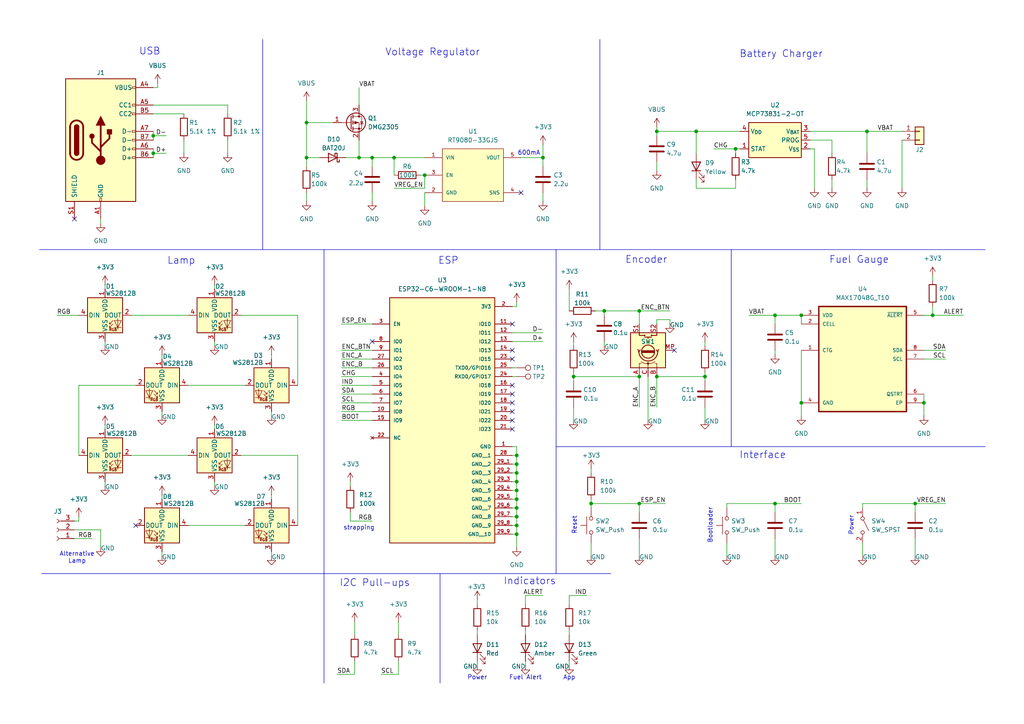
<source format=kicad_sch>
(kicad_sch (version 20231120) (generator "eeschema") (generator_version "8.0")
  (paper "A4")
  (junction (at 204.47 109.22))
  (junction (at 265.43 146.05))
  (junction (at 201.93 38.1))
  (junction (at 190.5 38.1))
  (junction (at 175.26 90.17))
  (junction (at 149.86 147.32))
  (junction (at 185.42 146.05))
  (junction (at 149.86 132.08))
  (junction (at 171.45 146.05))
  (junction (at 114.3 45.72))
  (junction (at 251.46 38.1))
  (junction (at 213.36 43.18))
  (junction (at 224.79 91.44))
  (junction (at 185.42 109.22))
  (junction (at 44.45 44.45))
  (junction (at 232.41 91.44))
  (junction (at 149.86 144.78))
  (junction (at 88.9 45.72))
  (junction (at 149.86 134.62))
  (junction (at 149.86 152.4))
  (junction (at 149.86 142.24))
  (junction (at 149.86 137.16))
  (junction (at 104.14 45.72))
  (junction (at 107.95 45.72))
  (junction (at 185.42 90.17))
  (junction (at 157.48 45.72))
  (junction (at 270.51 91.44))
  (junction (at 44.45 39.37))
  (junction (at 123.19 50.8))
  (junction (at 224.79 146.05))
  (junction (at 166.37 109.22))
  (junction (at 232.41 116.84))
  (junction (at 88.9 35.56))
  (junction (at 190.5 109.22))
  (junction (at 267.97 116.84))
  (junction (at 149.86 139.7))
  (junction (at 149.86 154.94))
  (junction (at 149.86 149.86))
  (no_connect (at 39.37 152.4))
  (no_connect (at 148.59 101.6))
  (no_connect (at 148.59 114.3))
  (no_connect (at 107.95 99.06))
  (no_connect (at 21.59 63.5))
  (no_connect (at 148.59 119.38))
  (no_connect (at 148.59 116.84))
  (no_connect (at 148.59 104.14))
  (no_connect (at 148.59 111.76))
  (no_connect (at 148.59 124.46))
  (no_connect (at 148.59 121.92))
  (no_connect (at 148.59 93.98))
  (no_connect (at 195.58 101.6))
  (no_connect (at 151.13 55.88))
  (wire (pts (xy 121.92 50.8) (xy 123.19 50.8)))
  (wire (pts (xy 38.1 132.08) (xy 54.61 132.08)))
  (wire (pts (xy 30.48 123.19) (xy 30.48 124.46)))
  (wire (pts (xy 46.99 102.87) (xy 46.99 104.14)))
  (wire (pts (xy 102.87 180.34) (xy 102.87 184.15)))
  (polyline (pts (xy 161.29 166.37) (xy 177.165 166.37)))
  (wire (pts (xy 46.99 143.51) (xy 46.99 144.78)))
  (wire (pts (xy 232.41 116.84) (xy 232.41 120.65)))
  (wire (pts (xy 148.59 139.7) (xy 149.86 139.7)))
  (wire (pts (xy 54.61 111.76) (xy 71.12 111.76)))
  (wire (pts (xy 224.79 101.6) (xy 224.79 102.87)))
  (wire (pts (xy 157.48 45.72) (xy 157.48 48.26)))
  (wire (pts (xy 78.74 102.87) (xy 78.74 104.14)))
  (wire (pts (xy 138.43 191.77) (xy 138.43 193.04)))
  (wire (pts (xy 157.48 41.91) (xy 157.48 45.72)))
  (wire (pts (xy 30.48 139.7) (xy 30.48 140.97)))
  (wire (pts (xy 22.86 149.86) (xy 22.86 151.13)))
  (wire (pts (xy 148.59 109.22) (xy 149.86 109.22)))
  (wire (pts (xy 148.59 96.52) (xy 157.48 96.52)))
  (wire (pts (xy 46.99 160.02) (xy 46.99 161.29)))
  (wire (pts (xy 185.42 146.05) (xy 193.04 146.05)))
  (wire (pts (xy 148.59 88.9) (xy 149.86 88.9)))
  (wire (pts (xy 149.86 87.63) (xy 149.86 88.9)))
  (wire (pts (xy 190.5 109.22) (xy 190.5 118.11)))
  (wire (pts (xy 114.3 45.72) (xy 123.19 45.72)))
  (wire (pts (xy 44.45 39.37) (xy 44.45 40.64)))
  (wire (pts (xy 62.23 123.19) (xy 62.23 124.46)))
  (wire (pts (xy 165.1 172.72) (xy 170.18 172.72)))
  (wire (pts (xy 148.59 99.06) (xy 157.48 99.06)))
  (wire (pts (xy 165.1 172.72) (xy 165.1 175.26)))
  (wire (pts (xy 102.87 191.77) (xy 102.87 195.58)))
  (wire (pts (xy 190.5 92.71) (xy 194.31 92.71)))
  (wire (pts (xy 69.85 132.08) (xy 86.36 132.08)))
  (wire (pts (xy 201.93 52.07) (xy 201.93 54.61)))
  (wire (pts (xy 30.48 99.06) (xy 30.48 100.33)))
  (wire (pts (xy 213.36 43.18) (xy 214.63 43.18)))
  (wire (pts (xy 138.43 173.99) (xy 138.43 175.26)))
  (wire (pts (xy 110.49 195.58) (xy 115.57 195.58)))
  (wire (pts (xy 148.59 134.62) (xy 149.86 134.62)))
  (wire (pts (xy 22.86 111.76) (xy 22.86 132.08)))
  (wire (pts (xy 148.59 137.16) (xy 149.86 137.16)))
  (wire (pts (xy 149.86 147.32) (xy 149.86 149.86)))
  (wire (pts (xy 99.06 109.22) (xy 107.95 109.22)))
  (wire (pts (xy 88.9 55.88) (xy 88.9 58.42)))
  (wire (pts (xy 152.4 191.77) (xy 152.4 193.04)))
  (wire (pts (xy 224.79 156.21) (xy 224.79 161.29)))
  (polyline (pts (xy 173.99 11.43) (xy 173.99 72.39)))
  (wire (pts (xy 69.85 91.44) (xy 86.36 91.44)))
  (wire (pts (xy 39.37 111.76) (xy 22.86 111.76)))
  (wire (pts (xy 78.74 160.02) (xy 78.74 161.29)))
  (polyline (pts (xy 11.43 72.39) (xy 285.75 72.39)))
  (wire (pts (xy 251.46 52.07) (xy 251.46 54.61)))
  (wire (pts (xy 38.1 91.44) (xy 54.61 91.44)))
  (wire (pts (xy 166.37 99.06) (xy 166.37 100.33)))
  (wire (pts (xy 152.4 172.72) (xy 152.4 175.26)))
  (wire (pts (xy 88.9 35.56) (xy 88.9 45.72)))
  (wire (pts (xy 101.6 148.59) (xy 101.6 151.13)))
  (wire (pts (xy 148.59 147.32) (xy 149.86 147.32)))
  (wire (pts (xy 152.4 172.72) (xy 157.48 172.72)))
  (wire (pts (xy 172.72 90.17) (xy 175.26 90.17)))
  (polyline (pts (xy 127.635 166.37) (xy 127.635 198.12)))
  (wire (pts (xy 190.5 109.22) (xy 204.47 109.22)))
  (wire (pts (xy 201.93 54.61) (xy 213.36 54.61)))
  (wire (pts (xy 210.82 146.05) (xy 210.82 147.32)))
  (wire (pts (xy 166.37 109.22) (xy 166.37 110.49)))
  (wire (pts (xy 62.23 99.06) (xy 62.23 100.33)))
  (wire (pts (xy 99.06 114.3) (xy 107.95 114.3)))
  (wire (pts (xy 148.59 149.86) (xy 149.86 149.86)))
  (wire (pts (xy 250.19 157.48) (xy 250.19 161.29)))
  (wire (pts (xy 166.37 109.22) (xy 185.42 109.22)))
  (wire (pts (xy 185.42 109.22) (xy 185.42 118.11)))
  (wire (pts (xy 44.45 38.1) (xy 44.45 39.37)))
  (wire (pts (xy 44.45 44.45) (xy 48.26 44.45)))
  (wire (pts (xy 101.6 139.7) (xy 101.6 140.97)))
  (wire (pts (xy 171.45 146.05) (xy 171.45 147.32)))
  (wire (pts (xy 148.59 129.54) (xy 149.86 129.54)))
  (polyline (pts (xy 212.09 123.19) (xy 212.09 129.54)))
  (wire (pts (xy 190.5 46.99) (xy 190.5 49.53)))
  (wire (pts (xy 149.86 139.7) (xy 149.86 142.24)))
  (wire (pts (xy 166.37 107.95) (xy 166.37 109.22)))
  (wire (pts (xy 224.79 91.44) (xy 232.41 91.44)))
  (wire (pts (xy 30.48 82.55) (xy 30.48 83.82)))
  (wire (pts (xy 100.33 45.72) (xy 104.14 45.72)))
  (wire (pts (xy 66.04 40.64) (xy 66.04 44.45)))
  (wire (pts (xy 44.45 44.45) (xy 44.45 45.72)))
  (wire (pts (xy 99.06 111.76) (xy 107.95 111.76)))
  (wire (pts (xy 175.26 90.17) (xy 185.42 90.17)))
  (wire (pts (xy 78.74 119.38) (xy 78.74 120.65)))
  (wire (pts (xy 115.57 180.34) (xy 115.57 184.15)))
  (wire (pts (xy 16.51 91.44) (xy 22.86 91.44)))
  (wire (pts (xy 224.79 146.05) (xy 232.41 146.05)))
  (wire (pts (xy 104.14 45.72) (xy 107.95 45.72)))
  (wire (pts (xy 149.86 149.86) (xy 149.86 152.4)))
  (wire (pts (xy 165.1 191.77) (xy 165.1 193.04)))
  (wire (pts (xy 99.06 101.6) (xy 107.95 101.6)))
  (wire (pts (xy 99.06 104.14) (xy 107.95 104.14)))
  (wire (pts (xy 267.97 116.84) (xy 267.97 120.65)))
  (polyline (pts (xy 12.065 166.37) (xy 93.98 166.37)))
  (wire (pts (xy 148.59 152.4) (xy 149.86 152.4)))
  (wire (pts (xy 236.22 43.18) (xy 236.22 54.61)))
  (wire (pts (xy 250.19 146.05) (xy 265.43 146.05)))
  (wire (pts (xy 236.22 43.18) (xy 234.95 43.18)))
  (wire (pts (xy 99.06 93.98) (xy 107.95 93.98)))
  (wire (pts (xy 88.9 48.26) (xy 88.9 45.72)))
  (wire (pts (xy 114.3 45.72) (xy 114.3 50.8)))
  (wire (pts (xy 204.47 109.22) (xy 204.47 110.49)))
  (wire (pts (xy 123.19 50.8) (xy 123.19 54.61)))
  (wire (pts (xy 265.43 146.05) (xy 265.43 148.59)))
  (wire (pts (xy 175.26 99.06) (xy 175.26 100.33)))
  (wire (pts (xy 104.14 25.4) (xy 104.14 30.48)))
  (wire (pts (xy 149.86 152.4) (xy 149.86 154.94)))
  (wire (pts (xy 149.86 137.16) (xy 149.86 139.7)))
  (wire (pts (xy 232.41 91.44) (xy 232.41 93.98)))
  (wire (pts (xy 171.45 146.05) (xy 185.42 146.05)))
  (wire (pts (xy 194.31 93.98) (xy 194.31 92.71)))
  (polyline (pts (xy 93.98 166.37) (xy 161.29 166.37)))
  (wire (pts (xy 207.01 43.18) (xy 213.36 43.18)))
  (wire (pts (xy 99.06 121.92) (xy 107.95 121.92)))
  (wire (pts (xy 66.04 30.48) (xy 66.04 33.02)))
  (wire (pts (xy 44.45 33.02) (xy 53.34 33.02)))
  (wire (pts (xy 204.47 99.06) (xy 204.47 100.33)))
  (wire (pts (xy 149.86 132.08) (xy 149.86 134.62)))
  (wire (pts (xy 185.42 93.98) (xy 185.42 90.17)))
  (wire (pts (xy 201.93 38.1) (xy 201.93 44.45)))
  (wire (pts (xy 251.46 38.1) (xy 261.62 38.1)))
  (wire (pts (xy 234.95 40.64) (xy 241.3 40.64)))
  (wire (pts (xy 44.45 43.18) (xy 44.45 44.45)))
  (wire (pts (xy 166.37 118.11) (xy 166.37 121.92)))
  (wire (pts (xy 88.9 29.21) (xy 88.9 35.56)))
  (wire (pts (xy 265.43 156.21) (xy 265.43 161.29)))
  (wire (pts (xy 53.34 40.64) (xy 53.34 44.45)))
  (polyline (pts (xy 93.98 72.39) (xy 93.98 198.12)))
  (wire (pts (xy 21.59 153.67) (xy 29.21 153.67)))
  (wire (pts (xy 99.06 116.84) (xy 107.95 116.84)))
  (wire (pts (xy 165.1 182.88) (xy 165.1 184.15)))
  (wire (pts (xy 148.59 144.78) (xy 149.86 144.78)))
  (wire (pts (xy 107.95 55.88) (xy 107.95 58.42)))
  (wire (pts (xy 210.82 157.48) (xy 210.82 161.29)))
  (wire (pts (xy 270.51 80.01) (xy 270.51 81.28)))
  (wire (pts (xy 270.51 91.44) (xy 279.4 91.44)))
  (wire (pts (xy 149.86 142.24) (xy 149.86 144.78)))
  (wire (pts (xy 151.13 45.72) (xy 157.48 45.72)))
  (wire (pts (xy 210.82 146.05) (xy 224.79 146.05)))
  (wire (pts (xy 171.45 135.89) (xy 171.45 137.16)))
  (wire (pts (xy 185.42 146.05) (xy 185.42 148.59)))
  (wire (pts (xy 148.59 154.94) (xy 149.86 154.94)))
  (polyline (pts (xy 212.09 72.39) (xy 212.09 123.19)))
  (polyline (pts (xy 209.55 129.54) (xy 285.75 129.54)))
  (wire (pts (xy 190.5 93.98) (xy 190.5 92.71)))
  (wire (pts (xy 99.06 106.68) (xy 107.95 106.68)))
  (wire (pts (xy 97.79 195.58) (xy 102.87 195.58)))
  (wire (pts (xy 29.21 63.5) (xy 29.21 64.77)))
  (wire (pts (xy 149.86 129.54) (xy 149.86 132.08)))
  (wire (pts (xy 149.86 144.78) (xy 149.86 147.32)))
  (wire (pts (xy 187.96 109.22) (xy 187.96 121.92)))
  (wire (pts (xy 149.86 134.62) (xy 149.86 137.16)))
  (wire (pts (xy 86.36 91.44) (xy 86.36 111.76)))
  (wire (pts (xy 270.51 88.9) (xy 270.51 91.44)))
  (wire (pts (xy 21.59 151.13) (xy 22.86 151.13)))
  (wire (pts (xy 224.79 146.05) (xy 224.79 148.59)))
  (wire (pts (xy 86.36 132.08) (xy 86.36 152.4)))
  (wire (pts (xy 99.06 119.38) (xy 107.95 119.38)))
  (wire (pts (xy 204.47 118.11) (xy 204.47 121.92)))
  (wire (pts (xy 213.36 44.45) (xy 213.36 43.18)))
  (wire (pts (xy 88.9 35.56) (xy 96.52 35.56)))
  (wire (pts (xy 234.95 38.1) (xy 251.46 38.1)))
  (wire (pts (xy 114.3 54.61) (xy 123.19 54.61)))
  (wire (pts (xy 267.97 114.3) (xy 267.97 116.84)))
  (wire (pts (xy 107.95 45.72) (xy 107.95 48.26)))
  (wire (pts (xy 46.99 119.38) (xy 46.99 120.65)))
  (wire (pts (xy 241.3 40.64) (xy 241.3 44.45)))
  (wire (pts (xy 21.59 156.21) (xy 26.67 156.21)))
  (wire (pts (xy 190.5 36.83) (xy 190.5 38.1)))
  (wire (pts (xy 104.14 40.64) (xy 104.14 45.72)))
  (wire (pts (xy 62.23 139.7) (xy 62.23 140.97)))
  (wire (pts (xy 148.59 106.68) (xy 149.86 106.68)))
  (wire (pts (xy 190.5 38.1) (xy 201.93 38.1)))
  (wire (pts (xy 250.19 147.32) (xy 250.19 146.05)))
  (wire (pts (xy 274.32 101.6) (xy 267.97 101.6)))
  (wire (pts (xy 175.26 90.17) (xy 175.26 91.44)))
  (wire (pts (xy 123.19 55.88) (xy 123.19 59.69)))
  (polyline (pts (xy 76.2 11.43) (xy 76.2 72.39)))
  (wire (pts (xy 45.72 25.4) (xy 45.72 24.13)))
  (wire (pts (xy 148.59 142.24) (xy 149.86 142.24)))
  (wire (pts (xy 62.23 82.55) (xy 62.23 83.82)))
  (wire (pts (xy 201.93 38.1) (xy 214.63 38.1)))
  (wire (pts (xy 171.45 144.78) (xy 171.45 146.05)))
  (wire (pts (xy 44.45 25.4) (xy 45.72 25.4)))
  (wire (pts (xy 204.47 107.95) (xy 204.47 109.22)))
  (wire (pts (xy 149.86 154.94) (xy 149.86 158.75)))
  (wire (pts (xy 274.32 104.14) (xy 267.97 104.14)))
  (wire (pts (xy 115.57 191.77) (xy 115.57 195.58)))
  (wire (pts (xy 217.17 91.44) (xy 224.79 91.44)))
  (wire (pts (xy 44.45 39.37) (xy 48.26 39.37)))
  (wire (pts (xy 107.95 45.72) (xy 114.3 45.72)))
  (wire (pts (xy 157.48 55.88) (xy 157.48 58.42)))
  (polyline (pts (xy 161.29 72.39) (xy 161.29 166.37)))
  (wire (pts (xy 232.41 101.6) (xy 232.41 116.84)))
  (wire (pts (xy 78.74 143.51) (xy 78.74 144.78)))
  (wire (pts (xy 185.42 90.17) (xy 194.31 90.17)))
  (wire (pts (xy 171.45 157.48) (xy 171.45 161.29)))
  (wire (pts (xy 29.21 153.67) (xy 29.21 158.75)))
  (wire (pts (xy 185.42 156.21) (xy 185.42 161.29)))
  (wire (pts (xy 44.45 30.48) (xy 66.04 30.48)))
  (wire (pts (xy 54.61 152.4) (xy 71.12 152.4)))
  (wire (pts (xy 148.59 132.08) (xy 149.86 132.08)))
  (polyline (pts (xy 161.29 129.54) (xy 209.55 129.54)))
  (wire (pts (xy 138.43 182.88) (xy 138.43 184.15)))
  (wire (pts (xy 224.79 91.44) (xy 224.79 93.98)))
  (wire (pts (xy 261.62 40.64) (xy 261.62 54.61)))
  (wire (pts (xy 267.97 91.44) (xy 270.51 91.44)))
  (wire (pts (xy 265.43 146.05) (xy 274.32 146.05)))
  (wire (pts (xy 165.1 83.82) (xy 165.1 90.17)))
  (wire (pts (xy 190.5 38.1) (xy 190.5 39.37)))
  (wire (pts (xy 152.4 182.88) (xy 152.4 184.15)))
  (wire (pts (xy 88.9 45.72) (xy 92.71 45.72)))
  (wire (pts (xy 251.46 38.1) (xy 251.46 44.45)))
  (wire (pts (xy 241.3 52.07) (xy 241.3 54.61)))
  (wire (pts (xy 101.6 151.13) (xy 107.95 151.13)))
  (wire (pts (xy 213.36 54.61) (xy 213.36 52.07)))
  (text "strapping" (at 104.14 153.162 0) (effects (font (size 1.27 1.27))))
  (text "Power" (at 246.888 152.4 90) (effects (font (size 1.27 1.27))))
  (text "Indicators" (at 153.67 168.656 0) (effects (font (size 2.032 2.032))))
  (text "Reset" (at 166.624 152.4 90) (effects (font (size 1.27 1.27))))
  (text "Bootloader" (at 205.994 152.4 90) (effects (font (size 1.27 1.27))))
  (text "600mA" (at 153.416 44.45 0) (effects (font (size 1.27 1.27))))
  (text "I2C Pull-ups" (at 108.712 169.164 0) (effects (font (size 2.032 2.032))))
  (text "Fuel Alert" (at 152.4 196.596 0) (effects (font (size 1.27 1.27))))
  (text "USB" (at 43.434 14.986 0) (effects (font (size 2.032 2.032))))
  (text "Interface" (at 221.234 132.08 0) (effects (font (size 2.032 2.032))))
  (text "Power" (at 138.43 196.596 0) (effects (font (size 1.27 1.27))))
  (text "ESP" (at 130.048 75.692 0) (effects (font (size 2.032 2.032))))
  (text "Voltage Regulator" (at 125.476 15.24 0) (effects (font (size 2.032 2.032))))
  (text "App" (at 165.1 196.596 0) (effects (font (size 1.27 1.27))))
  (text "Alternative\nLamp" (at 22.352 161.798 0) (effects (font (size 1.27 1.27))))
  (text "Battery Charger" (at 226.568 15.748 0) (effects (font (size 2.032 2.032))))
  (text "Encoder" (at 187.452 75.438 0) (effects (font (size 2.032 2.032))))
  (text "Lamp" (at 52.578 75.692 0) (effects (font (size 2.032 2.032))))
  (text "Fuel Gauge" (at 249.174 75.438 0) (effects (font (size 2.032 2.032))))
  (label "CHG" (at 99.06 109.22 0))
  (label "ENC_B" (at 190.5 118.11 90))
  (label "VREG_EN" (at 274.32 146.05 180))
  (label "BOOT" (at 232.41 146.05 180))
  (label "RGB" (at 107.95 151.13 180))
  (label "ENC_BTN" (at 99.06 101.6 0))
  (label "RGB" (at 99.06 119.38 0))
  (label "D+" (at 157.48 99.06 180))
  (label "ALERT" (at 157.48 172.72 180))
  (label "D-" (at 48.26 39.37 180))
  (label "ALERT" (at 279.4 91.44 180))
  (label "VREG_EN" (at 114.3 54.61 0))
  (label "SDA" (at 99.06 114.3 0))
  (label "VBAT" (at 217.17 91.44 0))
  (label "RGB" (at 26.67 156.21 180))
  (label "ESP_EN" (at 193.04 146.05 180))
  (label "SCL" (at 99.06 116.84 0))
  (label "SDA" (at 97.79 195.58 0))
  (label "ENC_B" (at 99.06 106.68 0))
  (label "ENC_A" (at 99.06 104.14 0))
  (label "VBAT" (at 104.14 25.4 0))
  (label "ENC_BTN" (at 194.31 90.17 180))
  (label "SCL" (at 274.32 104.14 180))
  (label "D+" (at 48.26 44.45 180))
  (label "IND" (at 170.18 172.72 180))
  (label "CHG" (at 207.01 43.18 0))
  (label "SCL" (at 110.49 195.58 0))
  (label "SDA" (at 274.32 101.6 180))
  (label "BOOT" (at 99.06 121.92 0))
  (label "ENC_A" (at 185.42 118.11 90))
  (label "D-" (at 157.48 96.52 180))
  (label "IND" (at 99.06 111.76 0))
  (label "ESP_EN" (at 99.06 93.98 0))
  (label "VBAT" (at 259.08 38.1 180))
  (label "RGB" (at 16.51 91.44 0))
  (symbol (lib_id "power:GND") (at 46.99 120.65 0) (unit 1)
    (property "Reference" "#PWR045" (effects (hide yes)))
    (property "Value" "GND" (at 49.022 120.904 0))
    (property "Description" "Power symbol creates a global label with name \"GND\" , ground" (effects (hide yes)))
  )
  (symbol (lib_id "power:GND") (at 62.23 100.33 0) (unit 1)
    (property "Reference" "#PWR047" (effects (hide yes)))
    (property "Value" "GND" (at 64.262 100.584 0))
    (property "Description" "Power symbol creates a global label with name \"GND\" , ground" (effects (hide yes)))
  )
  (symbol (lib_id "Device:R") (at 101.6 144.78 0) (unit 1)
    (property "Reference" "R12" (at 104.14 143.5099 0) (effects (justify left)))
    (property "Value" "100k" (at 104.14 146.0499 0) (effects (justify left)))
    (property "Description" "Resistor" (effects (hide yes)))
  )
  (symbol (lib_id "power:GND") (at 224.79 161.29 0) (unit 1)
    (property "Reference" "#PWR031" (effects (hide yes)))
    (property "Value" "GND" (at 226.822 161.544 0))
    (property "Description" "Power symbol creates a global label with name \"GND\" , ground" (effects (hide yes)))
  )
  (symbol (lib_id "power:+3V3") (at 30.48 82.55 0) (unit 1)
    (property "Reference" "#PWR032" (effects (hide yes)))
    (property "Value" "+3V3" (at 30.48 77.47 0))
    (property "Description" "Power symbol creates a global label with name \"+3V3\"" (effects (hide yes)))
  )
  (symbol (lib_id "power:GND") (at 62.23 140.97 0) (unit 1)
    (property "Reference" "#PWR043" (effects (hide yes)))
    (property "Value" "GND" (at 64.262 141.224 0))
    (property "Description" "Power symbol creates a global label with name \"GND\" , ground" (effects (hide yes)))
  )
  (symbol (lib_id "power:GND") (at 30.48 140.97 0) (unit 1)
    (property "Reference" "#PWR042" (effects (hide yes)))
    (property "Value" "GND" (at 32.512 141.224 0))
    (property "Description" "Power symbol creates a global label with name \"GND\" , ground" (effects (hide yes)))
  )
  (symbol (lib_id "power:+3V3") (at 78.74 102.87 0) (unit 1)
    (property "Reference" "#PWR035" (effects (hide yes)))
    (property "Value" "+3V3" (at 78.74 97.79 0))
    (property "Description" "Power symbol creates a global label with name \"+3V3\"" (effects (hide yes)))
  )
  (symbol (lib_id "Device:R") (at 138.43 179.07 180) (unit 1)
    (property "Reference" "R15" (at 140.97 177.7999 0) (effects (justify right)))
    (property "Value" "10k" (at 140.97 180.3399 0) (effects (justify right)))
    (property "Description" "Resistor" (effects (hide yes)))
  )
  (symbol (lib_id "Device:R") (at 213.36 48.26 180) (unit 1)
    (property "Reference" "R3" (at 214.884 46.99 0) (effects (justify right)))
    (property "Value" "4.7k" (at 214.884 49.53 0) (effects (justify right)))
    (property "Description" "Resistor" (effects (hide yes)))
  )
  (symbol (lib_id "Device:LED") (at 138.43 187.96 90) (unit 1)
    (property "Reference" "D11" (at 140.97 186.944 90) (effects (justify right)))
    (property "Value" "Red" (at 140.97 189.484 90) (effects (justify right)))
    (property "Description" "Light emitting diode" (effects (hide yes)))
  )
  (symbol (lib_id "LED:WS2812B") (at 62.23 132.08 0) (unit 1)
    (property "Reference" "D6" (at 63.754 123.698 0))
    (property "Value" "WS2812B" (at 67.056 125.73 0))
    (property "Footprint" "LED_SMD:LED_WS2812B_PLCC4_5.0x5.0mm_P3.2mm" (effects (hide yes)))
    (property "Datasheet" "https://cdn-shop.adafruit.com/datasheets/WS2812B.pdf" (effects (hide yes)))
    (property "Description" "RGB LED with integrated controller" (effects (hide yes)))
  )
  (symbol (lib_id "Device:R") (at 53.34 36.83 0) (unit 1)
    (property "Reference" "R1" (at 54.864 35.56 0) (effects (justify left)))
    (property "Value" "5.1k 1%" (at 54.864 38.1 0) (effects (justify left)))
    (property "Description" "Resistor" (effects (hide yes)))
  )
  (symbol (lib_id "power:+3V3") (at 171.45 135.89 0) (unit 1)
    (property "Reference" "#PWR027" (effects (hide yes)))
    (property "Value" "+3V3" (at 171.45 132.08 0))
    (property "Description" "Power symbol creates a global label with name \"+3V3\"" (effects (hide yes)))
  )
  (symbol (lib_id "LED:WS2812B") (at 46.99 152.4 0) (mirror y) (unit 1)
    (property "Reference" "D8" (at 48.514 144.018 0))
    (property "Value" "WS2812B" (at 51.816 146.05 0))
    (property "Footprint" "LED_SMD:LED_WS2812B_PLCC4_5.0x5.0mm_P3.2mm" (effects (hide yes)))
    (property "Datasheet" "https://cdn-shop.adafruit.com/datasheets/WS2812B.pdf" (effects (hide yes)))
    (property "Description" "RGB LED with integrated controller" (effects (hide yes)))
  )
  (symbol (lib_id "Device:R") (at 171.45 140.97 180) (unit 1)
    (property "Reference" "R10" (at 173.99 139.6999 0) (effects (justify right)))
    (property "Value" "100k" (at 173.99 142.2399 0) (effects (justify right)))
    (property "Description" "Resistor" (effects (hide yes)))
  )
  (symbol (lib_id "power:+3V3") (at 270.51 80.01 0) (unit 1)
    (property "Reference" "#PWR020" (effects (hide yes)))
    (property "Value" "+3V3" (at 270.51 74.93 0))
    (property "Description" "Power symbol creates a global label with name \"+3V3\"" (effects (hide yes)))
  )
  (symbol (lib_id "power:+3V3") (at 149.86 87.63 0) (unit 1)
    (property "Reference" "#PWR053" (effects (hide yes)))
    (property "Value" "+3V3" (at 149.86 82.55 0))
    (property "Description" "Power symbol creates a global label with name \"+3V3\"" (effects (hide yes)))
  )
  (symbol (lib_id "power:GND") (at 78.74 120.65 0) (unit 1)
    (property "Reference" "#PWR044" (effects (hide yes)))
    (property "Value" "GND" (at 80.772 120.904 0))
    (property "Description" "Power symbol creates a global label with name \"GND\" , ground" (effects (hide yes)))
  )
  (symbol (lib_id "Device:R") (at 165.1 179.07 180) (unit 1)
    (property "Reference" "R17" (at 167.64 177.7999 0) (effects (justify right)))
    (property "Value" "10k" (at 167.64 180.3399 0) (effects (justify right)))
    (property "Description" "Resistor" (effects (hide yes)))
  )
  (symbol (lib_id "power:GND") (at 261.62 54.61 0) (unit 1)
    (property "Reference" "#PWR08" (effects (hide yes)))
    (property "Value" "GND" (at 261.62 59.69 0))
    (property "Description" "Power symbol creates a global label with name \"GND\" , ground" (effects (hide yes)))
  )
  (symbol (lib_id "SnapEDA-Library:MCP73831-2-OT") (at 224.79 40.64 0) (unit 1)
    (property "Reference" "U2" (at 224.79 30.48 0))
    (property "Value" "MCP73831-2-OT" (at 224.79 33.02 0))
    (property "Footprint" "Package_TO_SOT_SMD:SOT-23-5" (effects (hide yes)))
    (property "Datasheet" "http://ww1.microchip.com/downloads/en/DeviceDoc/20001984g.pdf" (effects (hide yes)))
    (property "Description" "Single cell, Li-Ion/Li-Po charge management controller, 4.20V, Tri-State Status Output, in SOT23-5 package" (effects (hide yes)))
  )
  (symbol (lib_id "Device:R") (at 102.87 187.96 180) (unit 1)
    (property "Reference" "R8" (at 105.41 186.6899 0) (effects (justify right)))
    (property "Value" "4.7k" (at 105.41 189.2299 0) (effects (justify right)))
    (property "Description" "Resistor" (effects (hide yes)))
  )
  (symbol (lib_id "power:+3V3") (at 166.37 99.06 0) (unit 1)
    (property "Reference" "#PWR055" (effects (hide yes)))
    (property "Value" "+3V3" (at 166.37 93.98 0))
    (property "Description" "Power symbol creates a global label with name \"+3V3\"" (effects (hide yes)))
  )
  (symbol (lib_id "LED:WS2812B") (at 62.23 91.44 0) (unit 1)
    (property "Reference" "D2" (at 63.754 83.058 0))
    (property "Value" "WS2812B" (at 66.802 85.09 0))
    (property "Footprint" "LED_SMD:LED_WS2812B_PLCC4_5.0x5.0mm_P3.2mm" (effects (hide yes)))
    (property "Datasheet" "https://cdn-shop.adafruit.com/datasheets/WS2812B.pdf" (effects (hide yes)))
    (property "Description" "RGB LED with integrated controller" (effects (hide yes)))
  )
  (symbol (lib_id "Device:R") (at 118.11 50.8 90) (unit 1)
    (property "Reference" "R6" (at 118.11 48.26 90))
    (property "Value" "100k" (at 118.11 50.8 90))
    (property "Description" "Resistor" (effects (hide yes)))
  )
  (symbol (lib_id "power:GND") (at 190.5 49.53 0) (unit 1)
    (property "Reference" "#PWR018" (effects (hide yes)))
    (property "Value" "GND" (at 190.5 54.61 0))
    (property "Description" "Power symbol creates a global label with name \"GND\" , ground" (effects (hide yes)))
  )
  (symbol (lib_id "power:GND") (at 241.3 54.61 0) (unit 1)
    (property "Reference" "#PWR023" (effects (hide yes)))
    (property "Value" "GND" (at 241.3 59.69 0))
    (property "Description" "Power symbol creates a global label with name \"GND\" , ground" (effects (hide yes)))
  )
  (symbol (lib_id "Device:LED") (at 165.1 187.96 90) (unit 1)
    (property "Reference" "D13" (at 167.64 186.944 90) (effects (justify right)))
    (property "Value" "Green" (at 167.64 189.484 90) (effects (justify right)))
    (property "Description" "Light emitting diode" (effects (hide yes)))
  )
  (symbol (lib_id "Transistor_FET:IRLML6401") (at 101.6 35.56 0) (unit 1)
    (property "Reference" "Q1" (at 106.68 34.29 0) (effects (justify left)))
    (property "Value" "DMG2305" (at 106.68 36.83 0) (effects (justify left)))
    (property "Footprint" "Package_TO_SOT_SMD:SOT-23" (effects (hide yes)))
    (property "Datasheet" "https://www.infineon.com/dgdl/irlml6401pbf.pdf?fileId=5546d462533600a401535668b96d2634" (effects (hide yes)))
    (property "Description" "-4.3A Id, -12V Vds, 50mOhm Rds, P-Channel HEXFET Power MOSFET, SOT-23" (effects (hide yes)))
  )
  (symbol (lib_id "power:VBUS") (at 190.5 36.83 0) (unit 1)
    (property "Reference" "#PWR021" (effects (hide yes)))
    (property "Value" "VBUS" (at 190.5 31.75 0))
    (property "Description" "Power symbol creates a global label with name \"VBUS\"" (effects (hide yes)))
  )
  (symbol (lib_id "LED:WS2812B") (at 30.48 132.08 0) (unit 1)
    (property "Reference" "D5" (at 32.004 123.698 0))
    (property "Value" "WS2812B" (at 35.306 125.73 0))
    (property "Footprint" "LED_SMD:LED_WS2812B_PLCC4_5.0x5.0mm_P3.2mm" (effects (hide yes)))
    (property "Datasheet" "https://cdn-shop.adafruit.com/datasheets/WS2812B.pdf" (effects (hide yes)))
    (property "Description" "RGB LED with integrated controller" (effects (hide yes)))
  )
  (symbol (lib_id "Device:R") (at 115.57 187.96 180) (unit 1)
    (property "Reference" "R9" (at 118.11 186.6899 0) (effects (justify right)))
    (property "Value" "4.7k" (at 118.11 189.2299 0) (effects (justify right)))
    (property "Description" "Resistor" (effects (hide yes)))
  )
  (symbol (lib_id "Device:R") (at 168.91 90.17 270) (unit 1)
    (property "Reference" "R11" (at 168.91 85.344 90))
    (property "Value" "100k" (at 168.91 87.884 90))
    (property "Description" "Resistor" (effects (hide yes)))
  )
  (symbol (lib_id "Device:LED") (at 201.93 48.26 90) (unit 1)
    (property "Reference" "D9" (at 204.47 47.244 90) (effects (justify right)))
    (property "Value" "Yellow" (at 204.47 49.784 90) (effects (justify right)))
    (property "Description" "Light emitting diode" (effects (hide yes)))
  )
  (symbol (lib_id "Device:C") (at 224.79 97.79 0) (unit 1)
    (property "Reference" "C5" (at 227.584 96.52 0) (effects (justify left)))
    (property "Value" "0.1u" (at 227.584 99.06 0) (effects (justify left)))
    (property "Description" "Unpolarized capacitor" (effects (hide yes)))
  )
  (symbol (lib_id "Device:R") (at 241.3 48.26 180) (unit 1)
    (property "Reference" "R4" (at 242.57 46.99 0) (effects (justify right)))
    (property "Value" "4.7k" (at 242.57 49.53 0) (effects (justify right)))
    (property "Description" "Resistor" (effects (hide yes)))
  )
  (symbol (lib_id "power:+3V3") (at 138.43 173.99 0) (unit 1)
    (property "Reference" "#PWR05" (effects (hide yes)))
    (property "Value" "+3V3" (at 138.176 170.18 0))
    (property "Description" "Power symbol creates a global label with name \"+3V3\"" (effects (hide yes)))
  )
  (symbol (lib_id "Device:D_Schottky") (at 96.52 45.72 180) (unit 1)
    (property "Reference" "D10" (at 96.774 40.386 0))
    (property "Value" "BAT20J" (at 96.774 42.926 0))
    (property "Description" "Schottky diode" (effects (hide yes)))
  )
  (symbol (lib_id "Switch:SW_SPST") (at 250.19 152.4 270) (unit 1)
    (property "Reference" "SW4" (at 252.73 151.1299 90) (effects (justify left)))
    (property "Value" "SW_SPST" (at 252.73 153.6699 90) (effects (justify left)))
    (property "Description" "Single Pole Single Throw (SPST) switch" (effects (hide yes)))
  )
  (symbol (lib_id "power:+3V3") (at 62.23 123.19 0) (unit 1)
    (property "Reference" "#PWR037" (effects (hide yes)))
    (property "Value" "+3V3" (at 62.23 118.11 0))
    (property "Description" "Power symbol creates a global label with name \"+3V3\"" (effects (hide yes)))
  )
  (symbol (lib_id "Switch:SW_Push") (at 171.45 152.4 90) (unit 1)
    (property "Reference" "SW2" (at 172.72 151.1299 90) (effects (justify right)))
    (property "Value" "SW_Push" (at 172.72 153.6699 90) (effects (justify right)))
    (property "Description" "Push button switch, generic, two pins" (effects (hide yes)))
  )
  (symbol (lib_id "SnapEDA-Library:ESP32-C6-WROOM-1-N8") (at 128.27 109.22 0) (unit 1)
    (property "Reference" "U3" (at 128.27 81.28 0))
    (property "Value" "ESP32-C6-WROOM-1-N8" (at 128.27 83.82 0))
    (property "Footprint" "ESP32-C6-WROOM-1-N8:XCVR_ESP32-C6-WROOM-1-N8" (effects (hide yes)))
    (property "PARTREV" "1.0" (effects (hide yes)))
    (property "STANDARD" "Manufacturer Recommendations" (effects (hide yes)))
    (property "MAXIMUM_PACKAGE_HEIGHT" "3.25mm" (effects (hide yes)))
    (property "MANUFACTURER" "Espressif Systems" (effects (hide yes)))
  )
  (symbol (lib_id "Device:C") (at 185.42 152.4 0) (unit 1)
    (property "Reference" "C6" (at 189.23 151.1299 0) (effects (justify left)))
    (property "Value" "0.1u" (at 189.23 153.6699 0) (effects (justify left)))
    (property "Description" "Unpolarized capacitor" (effects (hide yes)))
  )
  (symbol (lib_id "power:GND") (at 46.99 161.29 0) (unit 1)
    (property "Reference" "#PWR041" (effects (hide yes)))
    (property "Value" "GND" (at 49.022 161.544 0))
    (property "Description" "Power symbol creates a global label with name \"GND\" , ground" (effects (hide yes)))
  )
  (symbol (lib_id "power:GND") (at 138.43 193.04 0) (unit 1)
    (property "Reference" "#PWR060" (effects (hide yes)))
    (property "Value" "GND" (at 136.398 193.294 0))
    (property "Description" "Power symbol creates a global label with name \"GND\" , ground" (effects (hide yes)))
  )
  (symbol (lib_id "power:GND") (at 152.4 193.04 0) (unit 1)
    (property "Reference" "#PWR062" (effects (hide yes)))
    (property "Value" "GND" (at 150.368 193.294 0))
    (property "Description" "Power symbol creates a global label with name \"GND\" , ground" (effects (hide yes)))
  )
  (symbol (lib_id "power:+3V3") (at 165.1 83.82 0) (unit 1)
    (property "Reference" "#PWR049" (effects (hide yes)))
    (property "Value" "+3V3" (at 165.1 78.74 0))
    (property "Description" "Power symbol creates a global label with name \"+3V3\"" (effects (hide yes)))
  )
  (symbol (lib_id "power:GND") (at 30.48 100.33 0) (unit 1)
    (property "Reference" "#PWR046" (effects (hide yes)))
    (property "Value" "GND" (at 32.512 100.584 0))
    (property "Description" "Power symbol creates a global label with name \"GND\" , ground" (effects (hide yes)))
  )
  (symbol (lib_id "power:+3V3") (at 78.74 143.51 0) (unit 1)
    (property "Reference" "#PWR039" (effects (hide yes)))
    (property "Value" "+3V3" (at 78.74 138.43 0))
    (property "Description" "Power symbol creates a global label with name \"+3V3\"" (effects (hide yes)))
  )
  (symbol (lib_id "power:GND") (at 250.19 161.29 0) (unit 1)
    (property "Reference" "#PWR06" (effects (hide yes)))
    (property "Value" "GND" (at 252.222 161.544 0))
    (property "Description" "Power symbol creates a global label with name \"GND\" , ground" (effects (hide yes)))
  )
  (symbol (lib_id "LED:WS2812B") (at 78.74 152.4 0) (mirror y) (unit 1)
    (property "Reference" "D7" (at 75.692 144.018 0))
    (property "Value" "WS2812B" (at 72.39 146.05 0))
    (property "Footprint" "LED_SMD:LED_WS2812B_PLCC4_5.0x5.0mm_P3.2mm" (effects (hide yes)))
    (property "Datasheet" "https://cdn-shop.adafruit.com/datasheets/WS2812B.pdf" (effects (hide yes)))
    (property "Description" "RGB LED with integrated controller" (effects (hide yes)))
  )
  (symbol (lib_id "Connector:USB_C_Receptacle_USB2.0_14P") (at 29.21 40.64 0) (unit 1)
    (property "Reference" "J1" (at 29.21 21.082 0))
    (property "Value" "USB_C_Receptacle_USB2.0_14P" (effects (hide yes)))
    (property "Datasheet" "https://www.usb.org/sites/default/files/documents/usb_type-c.zip" (effects (hide yes)))
    (property "Description" "USB 2.0-only 14P Type-C Receptacle connector" (effects (hide yes)))
  )
  (symbol (lib_id "Connector_Generic:Conn_01x02") (at 266.7 38.1 0) (unit 1)
    (property "Reference" "J2" (at 266.7 43.434 0))
    (property "Value" "Conn_01x02" (effects (hide yes)))
    (property "Description" "Generic connector, single row, 01x02, script generated (kicad-library-utils/schlib/autogen/connector/)" (effects (hide yes)))
  )
  (symbol (lib_id "Connector:TestPoint") (at 149.86 106.68 270) (unit 1)
    (property "Reference" "TP1" (at 154.432 106.68 90) (effects (justify left)))
    (property "Value" "TestPoint" (effects (hide yes)))
    (property "Description" "test point" (effects (hide yes)))
  )
  (symbol (lib_id "power:VBUS") (at 88.9 29.21 0) (unit 1)
    (property "Reference" "#PWR017" (effects (hide yes)))
    (property "Value" "VBUS" (at 88.9 24.13 0))
    (property "Description" "Power symbol creates a global label with name \"VBUS\"" (effects (hide yes)))
  )
  (symbol (lib_id "power:GND") (at 251.46 54.61 0) (unit 1)
    (property "Reference" "#PWR07" (effects (hide yes)))
    (property "Value" "GND" (at 251.46 59.69 0))
    (property "Description" "Power symbol creates a global label with name \"GND\" , ground" (effects (hide yes)))
  )
  (symbol (lib_id "Device:R") (at 204.47 104.14 0) (unit 1)
    (property "Reference" "R14" (at 205.994 102.87 0) (effects (justify left)))
    (property "Value" "100k" (at 205.994 105.41 0) (effects (justify left)))
    (property "Description" "Resistor" (effects (hide yes)))
  )
  (symbol (lib_id "Device:R") (at 88.9 52.07 0) (unit 1)
    (property "Reference" "R5" (at 90.17 50.8 0) (effects (justify left)))
    (property "Value" "100k" (at 90.17 53.34 0) (effects (justify left)))
    (property "Description" "Resistor" (effects (hide yes)))
  )
  (symbol (lib_id "power:+3V3") (at 204.47 99.06 0) (unit 1)
    (property "Reference" "#PWR058" (effects (hide yes)))
    (property "Value" "+3V3" (at 204.47 93.98 0))
    (property "Description" "Power symbol creates a global label with name \"+3V3\"" (effects (hide yes)))
  )
  (symbol (lib_id "power:GND") (at 107.95 58.42 0) (unit 1)
    (property "Reference" "#PWR015" (effects (hide yes)))
    (property "Value" "GND" (at 107.95 63.5 0))
    (property "Description" "Power symbol creates a global label with name \"GND\" , ground" (effects (hide yes)))
  )
  (symbol (lib_id "SnapEDA-Library:RT9080-33GJ5") (at 123.19 45.72 0) (unit 1)
    (property "Reference" "U1" (at 137.16 38.1 0))
    (property "Value" "RT9080-33GJ5" (at 137.16 40.64 0))
    (property "Footprint" "RT9080-33GJ5:SOT94P280X100-5N" (effects (hide yes)))
    (property "Manufacturer_Name" "RICHTEK" (effects (hide yes)))
    (property "Mouser_Price-Stock" "https://www.mouser.co.uk/ProductDetail/Richtek/RT9080-33GJ5?qs=amGC7iS6iy9hJG6yuLjyPQ%3D%3D" (effects (hide yes)))
    (property "Description_1" "IC REG LIN 3.3V 600MA TSOT23-5" (effects (hide yes)))
    (property "Mouser_Part_Number" "835-RT9080-33GJ5" (effects (hide yes)))
    (property "Height" "1mm" (effects (hide yes)))
    (property "Manufacturer_Part_Number" "RT9080-33GJ5" (effects (hide yes)))
  )
  (symbol (lib_id "Device:C") (at 107.95 52.07 0) (unit 1)
    (property "Reference" "C4" (at 102.616 50.292 0) (effects (justify left)))
    (property "Value" "2.2u" (at 101.092 53.086 0) (effects (justify left)))
    (property "Description" "Unpolarized capacitor" (effects (hide yes)))
  )
  (symbol (lib_id "power:+3V3") (at 46.99 143.51 0) (unit 1)
    (property "Reference" "#PWR038" (effects (hide yes)))
    (property "Value" "+3V3" (at 46.99 138.43 0))
    (property "Description" "Power symbol creates a global label with name \"+3V3\"" (effects (hide yes)))
  )
  (symbol (lib_id "power:GND") (at 29.21 64.77 0) (unit 1)
    (property "Reference" "#PWR02" (effects (hide yes)))
    (property "Value" "GND" (at 29.21 69.85 0))
    (property "Description" "Power symbol creates a global label with name \"GND\" , ground" (effects (hide yes)))
  )
  (symbol (lib_id "Switch:SW_Push") (at 210.82 152.4 90) (unit 1)
    (property "Reference" "SW3" (at 212.09 151.1299 90) (effects (justify right)))
    (property "Value" "SW_Push" (at 212.09 153.6699 90) (effects (justify right)))
    (property "Description" "Push button switch, generic, two pins" (effects (hide yes)))
  )
  (symbol (lib_id "Device:R") (at 152.4 179.07 180) (unit 1)
    (property "Reference" "R16" (at 154.94 177.7999 0) (effects (justify right)))
    (property "Value" "10k" (at 154.94 180.3399 0) (effects (justify right)))
    (property "Description" "Resistor" (effects (hide yes)))
  )
  (symbol (lib_id "Connector:Conn_01x03_Socket") (at 16.51 153.67 180) (unit 1)
    (property "Reference" "J3" (at 16.764 148.336 0))
    (property "Value" "DNP" (effects (hide yes)))
    (property "Description" "Generic connector, single row, 01x03, script generated" (effects (hide yes)))
  )
  (symbol (lib_id "Device:R") (at 270.51 85.09 0) (unit 1)
    (property "Reference" "R7" (at 272.288 83.82 0) (effects (justify left)))
    (property "Value" "100k" (at 272.288 86.36 0) (effects (justify left)))
    (property "Description" "Resistor" (effects (hide yes)))
  )
  (symbol (lib_id "power:GND") (at 157.48 58.42 0) (unit 1)
    (property "Reference" "#PWR013" (effects (hide yes)))
    (property "Value" "GND" (at 157.48 63.5 0))
    (property "Description" "Power symbol creates a global label with name \"GND\" , ground" (effects (hide yes)))
  )
  (symbol (lib_id "power:+3V3") (at 101.6 139.7 0) (unit 1)
    (property "Reference" "#PWR011" (effects (hide yes)))
    (property "Value" "+3V3" (at 101.6 134.62 0))
    (property "Description" "Power symbol creates a global label with name \"+3V3\"" (effects (hide yes)))
  )
  (symbol (lib_id "Device:LED") (at 152.4 187.96 90) (unit 1)
    (property "Reference" "D12" (at 154.94 186.944 90) (effects (justify right)))
    (property "Value" "Amber" (at 154.94 189.484 90) (effects (justify right)))
    (property "Description" "Light emitting diode" (effects (hide yes)))
  )
  (symbol (lib_id "power:GND") (at 149.86 158.75 0) (unit 1)
    (property "Reference" "#PWR054" (effects (hide yes)))
    (property "Value" "GND" (at 149.86 163.83 0))
    (property "Description" "Power symbol creates a global label with name \"GND\" , ground" (effects (hide yes)))
  )
  (symbol (lib_id "Device:C") (at 190.5 43.18 0) (unit 1)
    (property "Reference" "C9" (at 193.294 41.91 0) (effects (justify left)))
    (property "Value" "4.7u" (at 193.294 44.45 0) (effects (justify left)))
    (property "Description" "Unpolarized capacitor" (effects (hide yes)))
  )
  (symbol (lib_id "power:GND") (at 265.43 161.29 0) (unit 1)
    (property "Reference" "#PWR010" (effects (hide yes)))
    (property "Value" "GND" (at 267.462 161.544 0))
    (property "Description" "Power symbol creates a global label with name \"GND\" , ground" (effects (hide yes)))
  )
  (symbol (lib_id "Device:R") (at 66.04 36.83 0) (unit 1)
    (property "Reference" "R2" (at 67.564 35.56 0) (effects (justify left)))
    (property "Value" "5.1k 1%" (at 67.564 38.1 0) (effects (justify left)))
    (property "Description" "Resistor" (effects (hide yes)))
  )
  (symbol (lib_id "power:+3V3") (at 115.57 180.34 0) (unit 1)
    (property "Reference" "#PWR025" (effects (hide yes)))
    (property "Value" "+3V3" (at 115.57 175.26 0))
    (property "Description" "Power symbol creates a global label with name \"+3V3\"" (effects (hide yes)))
  )
  (symbol (lib_id "LED:WS2812B") (at 30.48 91.44 0) (unit 1)
    (property "Reference" "D1" (at 32.004 83.058 0))
    (property "Value" "WS2812B" (at 35.052 85.09 0))
    (property "Footprint" "LED_SMD:LED_WS2812B_PLCC4_5.0x5.0mm_P3.2mm" (effects (hide yes)))
    (property "Datasheet" "https://cdn-shop.adafruit.com/datasheets/WS2812B.pdf" (effects (hide yes)))
    (property "Description" "RGB LED with integrated controller" (effects (hide yes)))
  )
  (symbol (lib_id "Device:C") (at 175.26 95.25 180) (unit 1)
    (property "Reference" "C8" (at 177.8 93.98 0) (effects (justify right)))
    (property "Value" "0.1u" (at 177.8 96.52 0) (effects (justify right)))
    (property "Description" "Unpolarized capacitor" (effects (hide yes)))
  )
  (symbol (lib_id "power:GND") (at 204.47 121.92 0) (unit 1)
    (property "Reference" "#PWR057" (effects (hide yes)))
    (property "Value" "GND" (at 206.502 122.174 0))
    (property "Description" "Power symbol creates a global label with name \"GND\" , ground" (effects (hide yes)))
  )
  (symbol (lib_id "power:GND") (at 171.45 161.29 0) (unit 1)
    (property "Reference" "#PWR028" (effects (hide yes)))
    (property "Value" "GND" (at 173.482 161.544 0))
    (property "Description" "Power symbol creates a global label with name \"GND\" , ground" (effects (hide yes)))
  )
  (symbol (lib_id "Device:RotaryEncoder_Switch_MP") (at 187.96 101.6 90) (unit 1)
    (property "Reference" "SW1" (at 187.96 99.06 90))
    (property "Value" "RotaryEncoder_Switch_MP" (effects (hide yes)))
    (property "Description" "Rotary encoder, dual channel, incremental quadrate outputs, with switch and MP Pin" (effects (hide yes)))
  )
  (symbol (lib_id "power:GND") (at 194.31 93.98 0) (unit 1)
    (property "Reference" "#PWR048" (effects (hide yes)))
    (property "Value" "GND" (at 196.342 94.234 0))
    (property "Description" "Power symbol creates a global label with name \"GND\" , ground" (effects (hide yes)))
  )
  (symbol (lib_id "power:VBUS") (at 45.72 24.13 0) (unit 1)
    (property "Reference" "#PWR01" (effects (hide yes)))
    (property "Value" "VBUS" (at 45.72 19.05 0))
    (property "Description" "Power symbol creates a global label with name \"VBUS\"" (effects (hide yes)))
  )
  (symbol (lib_id "power:+3V3") (at 30.48 123.19 0) (unit 1)
    (property "Reference" "#PWR036" (effects (hide yes)))
    (property "Value" "+3V3" (at 30.48 118.11 0))
    (property "Description" "Power symbol creates a global label with name \"+3V3\"" (effects (hide yes)))
  )
  (symbol (lib_id "power:GND") (at 29.21 158.75 0) (unit 1)
    (property "Reference" "#PWR059" (effects (hide yes)))
    (property "Value" "GND" (at 31.242 159.004 0))
    (property "Description" "Power symbol creates a global label with name \"GND\" , ground" (effects (hide yes)))
  )
  (symbol (lib_id "Device:C") (at 251.46 48.26 0) (unit 1)
    (property "Reference" "C1" (at 254.254 46.99 0) (effects (justify left)))
    (property "Value" "4.7u" (at 254.254 49.53 0) (effects (justify left)))
    (property "Description" "Unpolarized capacitor" (effects (hide yes)))
  )
  (symbol (lib_id "power:+3V3") (at 22.86 149.86 0) (unit 1)
    (property "Reference" "#PWR050" (effects (hide yes)))
    (property "Value" "+3V3" (at 22.86 144.78 0))
    (property "Description" "Power symbol creates a global label with name \"+3V3\"" (effects (hide yes)))
  )
  (symbol (lib_id "LED:WS2812B") (at 46.99 111.76 0) (mirror y) (unit 1)
    (property "Reference" "D4" (at 48.514 103.378 0))
    (property "Value" "WS2812B" (at 51.562 105.41 0))
    (property "Footprint" "LED_SMD:LED_WS2812B_PLCC4_5.0x5.0mm_P3.2mm" (effects (hide yes)))
    (property "Datasheet" "https://cdn-shop.adafruit.com/datasheets/WS2812B.pdf" (effects (hide yes)))
    (property "Description" "RGB LED with integrated controller" (effects (hide yes)))
  )
  (symbol (lib_id "Device:C") (at 166.37 114.3 180) (unit 1)
    (property "Reference" "C10" (at 169.164 113.03 0) (effects (justify right)))
    (property "Value" "0.1u" (at 169.164 115.57 0) (effects (justify right)))
    (property "Description" "Unpolarized capacitor" (effects (hide yes)))
  )
  (symbol (lib_id "power:+3V3") (at 46.99 102.87 0) (unit 1)
    (property "Reference" "#PWR034" (effects (hide yes)))
    (property "Value" "+3V3" (at 46.99 97.79 0))
    (property "Description" "Power symbol creates a global label with name \"+3V3\"" (effects (hide yes)))
  )
  (symbol (lib_id "power:+3V3") (at 102.87 180.34 0) (unit 1)
    (property "Reference" "#PWR024" (effects (hide yes)))
    (property "Value" "+3V3" (at 102.87 175.26 0))
    (property "Description" "Power symbol creates a global label with name \"+3V3\"" (effects (hide yes)))
  )
  (symbol (lib_id "power:GND") (at 175.26 100.33 0) (unit 1)
    (property "Reference" "#PWR051" (effects (hide yes)))
    (property "Value" "GND" (at 177.292 100.584 0))
    (property "Description" "Power symbol creates a global label with name \"GND\" , ground" (effects (hide yes)))
  )
  (symbol (lib_id "power:GND") (at 210.82 161.29 0) (unit 1)
    (property "Reference" "#PWR030" (effects (hide yes)))
    (property "Value" "GND" (at 212.852 161.544 0))
    (property "Description" "Power symbol creates a global label with name \"GND\" , ground" (effects (hide yes)))
  )
  (symbol (lib_id "power:GND") (at 187.96 121.92 0) (unit 1)
    (property "Reference" "#PWR052" (effects (hide yes)))
    (property "Value" "GND" (at 189.992 122.174 0))
    (property "Description" "Power symbol creates a global label with name \"GND\" , ground" (effects (hide yes)))
  )
  (symbol (lib_id "power:GND") (at 66.04 44.45 0) (unit 1)
    (property "Reference" "#PWR03" (effects (hide yes)))
    (property "Value" "GND" (at 66.04 49.53 0))
    (property "Description" "Power symbol creates a global label with name \"GND\" , ground" (effects (hide yes)))
  )
  (symbol (lib_id "Connector:TestPoint") (at 149.86 109.22 270) (unit 1)
    (property "Reference" "TP2" (at 154.432 109.22 90) (effects (justify left)))
    (property "Value" "TestPoint" (effects (hide yes)))
    (property "Description" "test point" (effects (hide yes)))
  )
  (symbol (lib_id "power:GND") (at 78.74 161.29 0) (unit 1)
    (property "Reference" "#PWR040" (effects (hide yes)))
    (property "Value" "GND" (at 80.772 161.544 0))
    (property "Description" "Power symbol creates a global label with name \"GND\" , ground" (effects (hide yes)))
  )
  (symbol (lib_id "SnapEDA-Library:MAX17048G_T10") (at 250.19 104.14 0) (unit 1)
    (property "Reference" "U4" (at 250.19 83.82 0))
    (property "Value" "MAX17048G_T10" (at 250.19 86.36 0))
    (property "Footprint" "MAX17048G_T10:SON50P200X200X80-9N" (effects (hide yes)))
  )
  (symbol (lib_id "LED:WS2812B") (at 78.74 111.76 0) (mirror y) (unit 1)
    (property "Reference" "D3" (at 74.93 103.124 0))
    (property "Value" "WS2812B" (at 71.882 105.156 0))
    (property "Footprint" "LED_SMD:LED_WS2812B_PLCC4_5.0x5.0mm_P3.2mm" (effects (hide yes)))
    (property "Datasheet" "https://cdn-shop.adafruit.com/datasheets/WS2812B.pdf" (effects (hide yes)))
    (property "Description" "RGB LED with integrated controller" (effects (hide yes)))
  )
  (symbol (lib_id "Device:C") (at 265.43 152.4 0) (unit 1)
    (property "Reference" "C2" (at 269.24 151.1299 0) (effects (justify left)))
    (property "Value" "0.1u" (at 269.24 153.6699 0) (effects (justify left)))
    (property "Description" "Unpolarized capacitor" (effects (hide yes)))
  )
  (symbol (lib_id "Device:R") (at 166.37 104.14 0) (unit 1)
    (property "Reference" "R13" (at 167.64 102.87 0) (effects (justify left)))
    (property "Value" "100k" (at 167.64 105.41 0) (effects (justify left)))
    (property "Description" "Resistor" (effects (hide yes)))
  )
  (symbol (lib_id "power:GND") (at 165.1 193.04 0) (unit 1)
    (property "Reference" "#PWR061" (effects (hide yes)))
    (property "Value" "GND" (at 163.068 193.294 0))
    (property "Description" "Power symbol creates a global label with name \"GND\" , ground" (effects (hide yes)))
  )
  (symbol (lib_id "Device:C") (at 224.79 152.4 0) (unit 1)
    (property "Reference" "C7" (at 228.6 151.1299 0) (effects (justify left)))
    (property "Value" "0.1u" (at 228.6 153.6699 0) (effects (justify left)))
    (property "Description" "Unpolarized capacitor" (effects (hide yes)))
  )
  (symbol (lib_id "power:GND") (at 224.79 102.87 0) (unit 1)
    (property "Reference" "#PWR026" (effects (hide yes)))
    (property "Value" "GND" (at 224.79 107.95 0))
    (property "Description" "Power symbol creates a global label with name \"GND\" , ground" (effects (hide yes)))
  )
  (symbol (lib_id "Device:C") (at 204.47 114.3 180) (unit 1)
    (property "Reference" "C11" (at 197.612 113.03 0) (effects (justify right)))
    (property "Value" "0.1u" (at 197.612 115.57 0) (effects (justify right)))
    (property "Description" "Unpolarized capacitor" (effects (hide yes)))
  )
  (symbol (lib_id "power:GND") (at 267.97 120.65 0) (unit 1)
    (property "Reference" "#PWR019" (effects (hide yes)))
    (property "Value" "GND" (at 267.97 125.73 0))
    (property "Description" "Power symbol creates a global label with name \"GND\" , ground" (effects (hide yes)))
  )
  (symbol (lib_id "power:+3V3") (at 62.23 82.55 0) (unit 1)
    (property "Reference" "#PWR033" (effects (hide yes)))
    (property "Value" "+3V3" (at 62.23 77.47 0))
    (property "Description" "Power symbol creates a global label with name \"+3V3\"" (effects (hide yes)))
  )
  (symbol (lib_id "power:GND") (at 236.22 54.61 0) (unit 1)
    (property "Reference" "#PWR09" (effects (hide yes)))
    (property "Value" "GND" (at 236.22 59.69 0))
    (property "Description" "Power symbol creates a global label with name \"GND\" , ground" (effects (hide yes)))
  )
  (symbol (lib_id "Device:C") (at 157.48 52.07 0) (unit 1)
    (property "Reference" "C3" (at 160.528 50.8 0) (effects (justify left)))
    (property "Value" "2.2u" (at 160.528 53.34 0) (effects (justify left)))
    (property "Description" "Unpolarized capacitor" (effects (hide yes)))
  )
  (symbol (lib_id "power:GND") (at 232.41 120.65 0) (unit 1)
    (property "Reference" "#PWR022" (effects (hide yes)))
    (property "Value" "GND" (at 232.41 125.73 0))
    (property "Description" "Power symbol creates a global label with name \"GND\" , ground" (effects (hide yes)))
  )
  (symbol (lib_id "power:GND") (at 166.37 121.92 0) (unit 1)
    (property "Reference" "#PWR056" (effects (hide yes)))
    (property "Value" "GND" (at 168.402 122.174 0))
    (property "Description" "Power symbol creates a global label with name \"GND\" , ground" (effects (hide yes)))
  )
  (symbol (lib_id "power:GND") (at 88.9 58.42 0) (unit 1)
    (property "Reference" "#PWR016" (effects (hide yes)))
    (property "Value" "GND" (at 88.9 63.5 0))
    (property "Description" "Power symbol creates a global label with name \"GND\" , ground" (effects (hide yes)))
  )
  (symbol (lib_id "power:+3V3") (at 157.48 41.91 0) (unit 1)
    (property "Reference" "#PWR012" (effects (hide yes)))
    (property "Value" "+3V3" (at 157.48 36.83 0))
    (property "Description" "Power symbol creates a global label with name \"+3V3\"" (effects (hide yes)))
  )
  (symbol (lib_id "power:GND") (at 53.34 44.45 0) (unit 1)
    (property "Reference" "#PWR04" (effects (hide yes)))
    (property "Value" "GND" (at 53.34 49.53 0))
    (property "Description" "Power symbol creates a global label with name \"GND\" , ground" (effects (hide yes)))
  )
  (symbol (lib_id "power:GND") (at 123.19 59.69 0) (unit 1)
    (property "Reference" "#PWR014" (effects (hide yes)))
    (property "Value" "GND" (at 123.19 64.77 0))
    (property "Description" "Power symbol creates a global label with name \"GND\" , ground" (effects (hide yes)))
  )
  (symbol (lib_id "power:GND") (at 185.42 161.29 0) (unit 1)
    (property "Reference" "#PWR029" (effects (hide yes)))
    (property "Value" "GND" (at 187.452 161.544 0))
    (property "Description" "Power symbol creates a global label with name \"GND\" , ground" (effects (hide yes)))
  )
)
</source>
